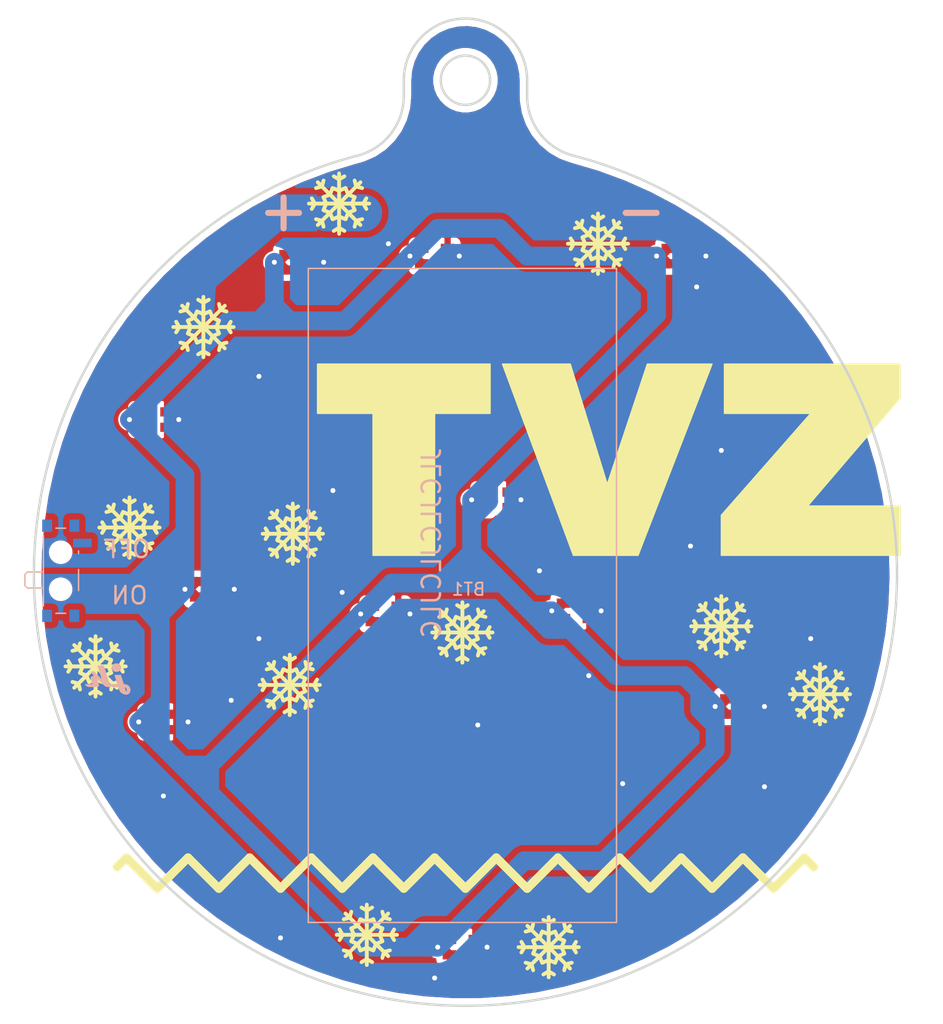
<source format=kicad_pcb>
(kicad_pcb (version 20171130) (host pcbnew "(5.1.10)-1")
  (layers (0 F.Cu signal) (31 B.Cu signal) (34 B.Paste user) (35 F.Paste user) (36 B.SilkS user) (37 F.SilkS user) (38 B.Mask user) (39 F.Mask user) (44 Edge.Cuts user))
  (net 0 "")
  (net 1 "Net-(D1-Pad1)")
  (net 2 "Net-(SW1-Pad3)")
  (net 3 VCC)
  (net 4 GND)
  (module TVZ_kuglica:logo (layer B.Cu) (at 107.95 108.45 180)
    (fp_text reference G*** hide)
    (fp_text value LOGO hide)
  )
  (module TVZ_kuglica:ukras1 (layer F.Cu) (at 165.75 109.75)
    (fp_text reference G*** hide)
    (fp_text value LOGO hide)
  )
  (module TVZ_kuglica:ukras1 (layer F.Cu) (at 129 129.25)
    (fp_text reference G*** hide)
    (fp_text value LOGO hide)
  )
  (module TVZ_kuglica:ukras1 (layer F.Cu) (at 143.75 130.25)
    (fp_text reference G*** hide)
    (fp_text value LOGO hide)
  )
  (module TVZ_kuglica:test1 (layer F.Cu) (at 137 112.75)
    (fp_text reference G*** hide)
    (fp_text value LOGO hide)
  )
  (module TVZ_kuglica:ukras1 (layer F.Cu) (at 115.75 80)
    (fp_text reference G*** hide)
    (fp_text value LOGO hide)
  )
  (module TVZ_kuglica:ukras2 (layer F.Cu) (at 144.25 78.75)
    (fp_text reference G*** hide)
    (fp_text value LOGO hide)
  )
  (module TVZ_kuglica:ukras1 (layer F.Cu) (at 147.75 73.25)
    (fp_text reference G*** hide)
    (fp_text value LOGO hide)
  )
  (module TVZ_kuglica:ukras3 (layer F.Cu) (at 137 68.75)
    (fp_text reference G*** hide)
    (fp_text value LOGO hide)
  )
  (module TVZ_kuglica:ukras1 (layer F.Cu) (at 157.75 104.25)
    (fp_text reference G*** hide)
    (fp_text value LOGO hide)
  )
  (module TVZ_kuglica:ukras1 (layer F.Cu) (at 136.75 104.75)
    (fp_text reference G*** hide)
    (fp_text value LOGO hide)
  )
  (module TVZ_kuglica:ukras1 (layer F.Cu) (at 122.75 109)
    (fp_text reference G*** hide)
    (fp_text value LOGO hide)
  )
  (module TVZ_kuglica:ukras1 (layer F.Cu) (at 107 107.5)
    (fp_text reference G*** hide)
    (fp_text value LOGO hide)
  )
  (module TVZ_kuglica:ukras1 (layer F.Cu) (at 123 96.75)
    (fp_text reference G*** hide)
    (fp_text value LOGO hide)
  )
  (module TVZ_kuglica:ukras1 (layer F.Cu) (at 109.75 96.25)
    (fp_text reference G*** hide)
    (fp_text value LOGO hide)
  )
  (module TVZ_kuglica:ukras1 (layer F.Cu) (at 126.75 70)
    (fp_text reference G*** hide)
    (fp_text value LOGO hide)
  )
  (module Button_Switch_SMD:SW_SPDT_PCM12 (layer B.Cu) (at 104.5 99.75 90)
    (fp_text reference SW1 hide)
    (fp_text value SW_SPDT)
    (pad "" np_thru_hole circle (at -1.5 -0.33 90) (size 0.9 0.9) (drill 0.9) (layers *.Cu *.Mask))
    (pad "" np_thru_hole circle (at 1.5 -0.33 90) (size 0.9 0.9) (drill 0.9) (layers *.Cu *.Mask))
    (pad 1 smd rect (at -2.25 1.43 90) (size 0.7 1.5) (layers B.Cu B.Paste B.Mask) (net 1 "Net-(D1-Pad1)"))
    (pad 2 smd rect (at 0.75 1.43 90) (size 0.7 1.5) (layers B.Cu B.Paste B.Mask) (net 3 VCC))
    (pad 3 smd rect (at 2.25 1.43 90) (size 0.7 1.5) (layers B.Cu B.Paste B.Mask) (net 2 "Net-(SW1-Pad3)"))
    (pad "" smd rect (at -3.65 -1.43 90) (size 1 0.8) (layers B.Cu B.Paste B.Mask))
    (pad "" smd rect (at 3.65 -1.43 90) (size 1 0.8) (layers B.Cu B.Paste B.Mask))
    (pad "" smd rect (at 3.65 0.78 90) (size 1 0.8) (layers B.Cu B.Paste B.Mask))
    (pad "" smd rect (at -3.65 0.78 90) (size 1 0.8) (layers B.Cu B.Paste B.Mask))
  )
  (module TVZ_kuglica:LED-0807 (layer F.Cu) (at 111.75 87.5)
    (fp_text reference D1 hide)
    (fp_text value RGB)
    (pad 1 smd rect (at -1.05 -0.625) (size 1.1 0.75) (layers F.Cu F.Paste F.Mask) (net 1 "Net-(D1-Pad1)"))
    (pad 2 smd rect (at 1.05 -0.625) (size 1.1 0.75) (layers F.Cu F.Paste F.Mask) (net 4 GND))
    (pad 1 smd rect (at -1.05 0.625) (size 1.1 0.75) (layers F.Cu F.Paste F.Mask) (net 1 "Net-(D1-Pad1)"))
    (pad 2 smd rect (at 1.05 0.625) (size 1.1 0.75) (layers F.Cu F.Paste F.Mask) (net 4 GND))
  )
  (module TVZ_kuglica:LED-0807 (layer F.Cu) (at 123.5 74.75)
    (fp_text reference D2 hide)
    (fp_text value RGB)
    (pad 2 smd rect (at 1.05 0.625) (size 1.1 0.75) (layers F.Cu F.Paste F.Mask) (net 4 GND))
    (pad 1 smd rect (at -1.05 0.625) (size 1.1 0.75) (layers F.Cu F.Paste F.Mask) (net 1 "Net-(D1-Pad1)"))
    (pad 2 smd rect (at 1.05 -0.625) (size 1.1 0.75) (layers F.Cu F.Paste F.Mask) (net 4 GND))
    (pad 1 smd rect (at -1.05 -0.625) (size 1.1 0.75) (layers F.Cu F.Paste F.Mask) (net 1 "Net-(D1-Pad1)"))
  )
  (module TVZ_kuglica:LED-0807 (layer F.Cu) (at 154.5 74.25)
    (fp_text reference D3 hide)
    (fp_text value RGB)
    (pad 1 smd rect (at -1.05 -0.625) (size 1.1 0.75) (layers F.Cu F.Paste F.Mask) (net 1 "Net-(D1-Pad1)"))
    (pad 2 smd rect (at 1.05 -0.625) (size 1.1 0.75) (layers F.Cu F.Paste F.Mask) (net 4 GND))
    (pad 1 smd rect (at -1.05 0.625) (size 1.1 0.75) (layers F.Cu F.Paste F.Mask) (net 1 "Net-(D1-Pad1)"))
    (pad 2 smd rect (at 1.05 0.625) (size 1.1 0.75) (layers F.Cu F.Paste F.Mask) (net 4 GND))
  )
  (module TVZ_kuglica:LED-0807 (layer F.Cu) (at 130.5 103.25)
    (fp_text reference D4 hide)
    (fp_text value RGB)
    (pad 2 smd rect (at 1.05 0.625) (size 1.1 0.75) (layers F.Cu F.Paste F.Mask) (net 4 GND))
    (pad 1 smd rect (at -1.05 0.625) (size 1.1 0.75) (layers F.Cu F.Paste F.Mask) (net 1 "Net-(D1-Pad1)"))
    (pad 2 smd rect (at 1.05 -0.625) (size 1.1 0.75) (layers F.Cu F.Paste F.Mask) (net 4 GND))
    (pad 1 smd rect (at -1.05 -0.625) (size 1.1 0.75) (layers F.Cu F.Paste F.Mask) (net 1 "Net-(D1-Pad1)"))
  )
  (module TVZ_kuglica:LED-0807 (layer F.Cu) (at 112.5 112)
    (fp_text reference D5 hide)
    (fp_text value RGB)
    (pad 1 smd rect (at -1.05 -0.625) (size 1.1 0.75) (layers F.Cu F.Paste F.Mask) (net 1 "Net-(D1-Pad1)"))
    (pad 2 smd rect (at 1.05 -0.625) (size 1.1 0.75) (layers F.Cu F.Paste F.Mask) (net 4 GND))
    (pad 1 smd rect (at -1.05 0.625) (size 1.1 0.75) (layers F.Cu F.Paste F.Mask) (net 1 "Net-(D1-Pad1)"))
    (pad 2 smd rect (at 1.05 0.625) (size 1.1 0.75) (layers F.Cu F.Paste F.Mask) (net 4 GND))
  )
  (module TVZ_kuglica:LED-0807 (layer F.Cu) (at 116.25 101.25)
    (fp_text reference D6 hide)
    (fp_text value RGB)
    (pad 2 smd rect (at 1.05 0.625) (size 1.1 0.75) (layers F.Cu F.Paste F.Mask) (net 4 GND))
    (pad 1 smd rect (at -1.05 0.625) (size 1.1 0.75) (layers F.Cu F.Paste F.Mask) (net 1 "Net-(D1-Pad1)"))
    (pad 2 smd rect (at 1.05 -0.625) (size 1.1 0.75) (layers F.Cu F.Paste F.Mask) (net 4 GND))
    (pad 1 smd rect (at -1.05 -0.625) (size 1.1 0.75) (layers F.Cu F.Paste F.Mask) (net 1 "Net-(D1-Pad1)"))
  )
  (module TVZ_kuglica:LED-0807 (layer F.Cu) (at 159.25 110.75)
    (fp_text reference D8 hide)
    (fp_text value RGB)
    (pad 2 smd rect (at 1.05 0.625) (size 1.1 0.75) (layers F.Cu F.Paste F.Mask) (net 4 GND))
    (pad 1 smd rect (at -1.05 0.625) (size 1.1 0.75) (layers F.Cu F.Paste F.Mask) (net 1 "Net-(D1-Pad1)"))
    (pad 2 smd rect (at 1.05 -0.625) (size 1.1 0.75) (layers F.Cu F.Paste F.Mask) (net 4 GND))
    (pad 1 smd rect (at -1.05 -0.625) (size 1.1 0.75) (layers F.Cu F.Paste F.Mask) (net 1 "Net-(D1-Pad1)"))
  )
  (module TVZ_kuglica:LED-0807 (layer F.Cu) (at 134.5 74.25)
    (fp_text reference D9 hide)
    (fp_text value RGB)
    (pad 1 smd rect (at -1.05 -0.625) (size 1.1 0.75) (layers F.Cu F.Paste F.Mask) (net 1 "Net-(D1-Pad1)"))
    (pad 2 smd rect (at 1.05 -0.625) (size 1.1 0.75) (layers F.Cu F.Paste F.Mask) (net 4 GND))
    (pad 1 smd rect (at -1.05 0.625) (size 1.1 0.75) (layers F.Cu F.Paste F.Mask) (net 1 "Net-(D1-Pad1)"))
    (pad 2 smd rect (at 1.05 0.625) (size 1.1 0.75) (layers F.Cu F.Paste F.Mask) (net 4 GND))
  )
  (module TVZ_kuglica:LED-0807 (layer F.Cu) (at 146 103)
    (fp_text reference D10 hide)
    (fp_text value RGB)
    (pad 2 smd rect (at 1.05 0.625) (size 1.1 0.75) (layers F.Cu F.Paste F.Mask) (net 4 GND))
    (pad 1 smd rect (at -1.05 0.625) (size 1.1 0.75) (layers F.Cu F.Paste F.Mask) (net 1 "Net-(D1-Pad1)"))
    (pad 2 smd rect (at 1.05 -0.625) (size 1.1 0.75) (layers F.Cu F.Paste F.Mask) (net 4 GND))
    (pad 1 smd rect (at -1.05 -0.625) (size 1.1 0.75) (layers F.Cu F.Paste F.Mask) (net 1 "Net-(D1-Pad1)"))
  )
  (module TVZ_kuglica:BAT-2xAAA-horizontalni_padovi (layer B.Cu) (at 137.25 101.75)
    (fp_text reference BT1 (at 0 -0.5) (layer B.SilkS) (effects (justify mirror)))
    (fp_text value 2xAAA)
    (pad 1 smd oval (at -10 -31 90) (size 3 6) (layers B.Cu B.Paste B.Mask) (net 3 VCC))
    (pad 2 smd oval (at 9 -31 270) (size 3 6) (layers B.Cu B.Paste B.Mask) (net 4 GND))
  )
  (module TVZ_kuglica:LED-0807 (layer F.Cu) (at 136.75 130.25)
    (fp_text reference D7 hide)
    (fp_text value RGB)
    (pad 1 smd rect (at -1.05 -0.625) (size 1.1 0.75) (layers F.Cu F.Paste F.Mask) (net 1 "Net-(D1-Pad1)"))
    (pad 2 smd rect (at 1.05 -0.625) (size 1.1 0.75) (layers F.Cu F.Paste F.Mask) (net 4 GND))
    (pad 1 smd rect (at -1.05 0.625) (size 1.1 0.75) (layers F.Cu F.Paste F.Mask) (net 1 "Net-(D1-Pad1)"))
    (pad 2 smd rect (at 1.05 0.625) (size 1.1 0.75) (layers F.Cu F.Paste F.Mask) (net 4 GND))
  )
  (module TVZ_kuglica:LED-0807 (layer F.Cu) (at 139.5 94)
    (fp_text reference D11 hide)
    (fp_text value RGB)
    (pad 1 smd rect (at -1.05 -0.625) (size 1.1 0.75) (layers F.Cu F.Paste F.Mask) (net 1 "Net-(D1-Pad1)"))
    (pad 2 smd rect (at 1.05 -0.625) (size 1.1 0.75) (layers F.Cu F.Paste F.Mask) (net 4 GND))
    (pad 1 smd rect (at -1.05 0.625) (size 1.1 0.75) (layers F.Cu F.Paste F.Mask) (net 1 "Net-(D1-Pad1)"))
    (pad 2 smd rect (at 1.05 0.625) (size 1.1 0.75) (layers F.Cu F.Paste F.Mask) (net 4 GND))
  )
  (gr_line (start 157 125.5) (end 154.5 123) (layer F.SilkS) (width 0.7))
  (gr_line (start 122 125.5) (end 119.5 123) (layer F.SilkS) (width 0.7))
  (gr_line (start 117 125.5) (end 114.5 123) (layer F.SilkS) (width 0.7))
  (gr_line (start 129.5 123) (end 127 125.5) (layer F.SilkS) (width 0.7))
  (gr_line (start 137 125.5) (end 134.5 123) (layer F.SilkS) (width 0.7))
  (gr_line (start 112 125.5) (end 109.5 123) (layer F.SilkS) (width 0.7))
  (gr_line (start 139.5 123) (end 137 125.5) (layer F.SilkS) (width 0.7))
  (gr_line (start 134.5 123) (end 132 125.5) (layer F.SilkS) (width 0.7))
  (gr_line (start 152 125.5) (end 149.5 123) (layer F.SilkS) (width 0.7))
  (gr_line (start 109.5 123) (end 108.75 123.75) (layer F.SilkS) (width 0.7))
  (gr_line (start 147 125.5) (end 144.5 123) (layer F.SilkS) (width 0.7))
  (gr_line (start 154.5 123) (end 152 125.5) (layer F.SilkS) (width 0.7))
  (gr_line (start 165.25 123.75) (end 164.5 123) (layer F.SilkS) (width 0.7))
  (gr_line (start 127 125.5) (end 124.5 123) (layer F.SilkS) (width 0.7))
  (gr_line (start 162 125.5) (end 159.5 123) (layer F.SilkS) (width 0.7))
  (gr_line (start 114.5 123) (end 112 125.5) (layer F.SilkS) (width 0.7))
  (gr_line (start 159.5 123) (end 157 125.5) (layer F.SilkS) (width 0.7))
  (gr_line (start 149.5 123) (end 147 125.5) (layer F.SilkS) (width 0.7))
  (gr_line (start 119.5 123) (end 117 125.5) (layer F.SilkS) (width 0.7))
  (gr_line (start 142 125.5) (end 139.5 123) (layer F.SilkS) (width 0.7))
  (gr_line (start 124.5 123) (end 122 125.5) (layer F.SilkS) (width 0.7))
  (gr_line (start 144.5 123) (end 142 125.5) (layer F.SilkS) (width 0.7))
  (gr_line (start 132 125.5) (end 129.5 123) (layer F.SilkS) (width 0.7))
  (gr_line (start 164.5 123) (end 162 125.5) (layer F.SilkS) (width 0.7))
  (gr_poly (pts (xy 172.25 85.75) (xy 164.75 94.5) (xy 172.25 94.5) (xy 172.25 98.5) (xy 157.75 98.5) (xy 157.75 95.25) (xy 165 87) (xy 158 87) (xy 158 83) (xy 172.25 83)) (layer F.SilkS) (width 0.1))
  (gr_poly (pts (xy 148.5 92.75) (xy 151.75 83) (xy 157 83) (xy 151 98.5) (xy 145.75 98.5) (xy 140 83) (xy 145.5 83)) (layer F.SilkS) (width 0.1))
  (gr_poly (pts (xy 139 87) (xy 134.5 87) (xy 134.5 98.5) (xy 129.5 98.5) (xy 129.5 87) (xy 125 87) (xy 125 83) (xy 139 83)) (layer F.SilkS) (width 0.1))
  (gr_line (start 132 61.270167) (end 132 60) (layer Edge.Cuts) (width 0.2))
  (gr_arc (start 147 61.270167) (end 142 61.270167) (angle -75.52248781) (layer Edge.Cuts) (width 0.2))
  (gr_arc (start 137 60) (end 142 60) (angle -180) (layer Edge.Cuts) (width 0.2))
  (gr_arc (start 137 100) (end 128.249999 66.111396) (angle -331.0449756) (layer Edge.Cuts) (width 0.2))
  (gr_arc (start 126.999999 61.270167) (end 128.249999 66.111396) (angle -75.52248781) (layer Edge.Cuts) (width 0.2))
  (gr_line (start 142 60) (end 142 61.270167) (layer Edge.Cuts) (width 0.2))
  (gr_text ON (at 109.75 101.75) (layer B.SilkS) (effects (font (size 1.4 1.4) (thickness 0.2)) (justify mirror)))
  (gr_text OFF (at 109.5 98) (layer B.SilkS) (effects (font (size 1.4 1.4) (thickness 0.2)) (justify mirror)))
  (gr_text JLCJLCJLCJLC (at 134.25 97.5 90) (layer B.SilkS) (effects (font (size 1.5 1.5) (thickness 0.2)) (justify mirror)))
  (gr_circle (center 137 60) (end 139 60) (layer Edge.Cuts) (width 0.2))
  (via (at 144 103) (size 0.8) (drill 0.4) (layers F.Cu B.Cu) (net 1))
  (via (at 157.25 110.75) (size 0.8) (drill 0.4) (layers F.Cu B.Cu) (net 1))
  (via (at 109.75 87.5) (size 0.8) (drill 0.4) (layers F.Cu B.Cu) (net 1))
  (via (at 121.5 74.75) (size 0.8) (drill 0.4) (layers F.Cu B.Cu) (net 1))
  (via (at 132.5 74.25) (size 0.8) (drill 0.4) (layers F.Cu B.Cu) (net 1))
  (via (at 152.5 74.25) (size 0.8) (drill 0.4) (layers F.Cu B.Cu) (net 1))
  (via (at 128.5 103.25) (size 0.8) (drill 0.4) (layers F.Cu B.Cu) (net 1))
  (via (at 114.25 101.25) (size 0.8) (drill 0.4) (layers F.Cu B.Cu) (net 1))
  (via (at 110.5 112) (size 0.8) (drill 0.4) (layers F.Cu B.Cu) (net 1))
  (segment (start 110.825 112) (end 111.45 111.375) (width 0.762) (layer F.Cu) (net 1))
  (segment (start 110.825 112) (end 111.45 112.625) (width 0.762) (layer F.Cu) (net 1))
  (segment (start 110.5 112) (end 110.825 112) (width 0.762) (layer F.Cu) (net 1))
  (segment (start 114.575 101.25) (end 115.2 100.625) (width 0.762) (layer F.Cu) (net 1))
  (segment (start 114.575 101.25) (end 115.2 101.875) (width 0.762) (layer F.Cu) (net 1))
  (segment (start 114.25 101.25) (end 114.575 101.25) (width 0.762) (layer F.Cu) (net 1))
  (segment (start 128.825 103.25) (end 129.45 103.875) (width 0.762) (layer F.Cu) (net 1))
  (segment (start 128.825 103.25) (end 129.45 102.625) (width 0.762) (layer F.Cu) (net 1))
  (segment (start 128.5 103.25) (end 128.825 103.25) (width 0.762) (layer F.Cu) (net 1))
  (segment (start 152.825 74.25) (end 153.45 74.875) (width 0.762) (layer F.Cu) (net 1))
  (segment (start 152.825 74.25) (end 153.45 73.625) (width 0.762) (layer F.Cu) (net 1))
  (segment (start 157.575 110.75) (end 158.2 110.125) (width 0.762) (layer F.Cu) (net 1))
  (segment (start 157.575 110.75) (end 158.2 111.375) (width 0.762) (layer F.Cu) (net 1))
  (segment (start 157.25 110.75) (end 157.575 110.75) (width 0.762) (layer F.Cu) (net 1))
  (segment (start 144.325 103) (end 144.95 102.375) (width 0.762) (layer F.Cu) (net 1))
  (segment (start 144.325 103) (end 144.95 103.625) (width 0.762) (layer F.Cu) (net 1))
  (segment (start 144 103) (end 144.325 103) (width 0.762) (layer F.Cu) (net 1))
  (segment (start 110.075 87.5) (end 110.7 86.875) (width 0.762) (layer F.Cu) (net 1))
  (segment (start 110.075 87.5) (end 110.7 88.125) (width 0.762) (layer F.Cu) (net 1))
  (segment (start 109.75 87.5) (end 110.075 87.5) (width 0.762) (layer F.Cu) (net 1))
  (segment (start 121.825 74.75) (end 122.45 74.125) (width 0.762) (layer F.Cu) (net 1))
  (segment (start 121.825 74.75) (end 122.45 75.375) (width 0.762) (layer F.Cu) (net 1))
  (segment (start 121.5 74.75) (end 121.825 74.75) (width 0.762) (layer F.Cu) (net 1))
  (segment (start 132.825 74.25) (end 133.45 73.625) (width 0.762) (layer F.Cu) (net 1))
  (segment (start 132.825 74.25) (end 133.45 74.875) (width 0.762) (layer F.Cu) (net 1))
  (segment (start 112.25 103.25) (end 114.25 101.25) (width 1.524) (layer B.Cu) (net 1))
  (segment (start 114.25 95.25) (end 114.25 92) (width 1.524) (layer B.Cu) (net 1))
  (segment (start 111.25 86) (end 111.375 85.875) (width 1.524) (layer B.Cu) (net 1))
  (segment (start 111.375 85.875) (end 116.75 80.5) (width 1.524) (layer B.Cu) (net 1))
  (segment (start 109.75 87.5) (end 111.375 85.875) (width 1.524) (layer B.Cu) (net 1))
  (segment (start 111.25 89) (end 111.25 86) (width 1.524) (layer B.Cu) (net 1))
  (segment (start 114.25 92) (end 111.25 89) (width 1.524) (layer B.Cu) (net 1))
  (segment (start 111.25 89) (end 109.75 87.5) (width 1.524) (layer B.Cu) (net 1))
  (segment (start 145.5 104.5) (end 143.75 104.5) (width 1.524) (layer B.Cu) (net 1))
  (segment (start 143.75 104.5) (end 142.25 103) (width 1.524) (layer B.Cu) (net 1))
  (segment (start 144 103) (end 142.25 103) (width 1.524) (layer B.Cu) (net 1))
  (segment (start 145.5 104.5) (end 144 103) (width 1.524) (layer B.Cu) (net 1))
  (segment (start 134.75 72) (end 132.5 74.25) (width 1.524) (layer B.Cu) (net 1))
  (segment (start 139.75 72) (end 134.75 72) (width 1.524) (layer B.Cu) (net 1))
  (segment (start 142 74.25) (end 139.75 72) (width 1.524) (layer B.Cu) (net 1))
  (segment (start 117.75 79.5) (end 116.75 80.5) (width 1.524) (layer B.Cu) (net 1))
  (segment (start 127.25 79.5) (end 132.5 74.25) (width 1.524) (layer B.Cu) (net 1))
  (segment (start 119.5 79.5) (end 119 79.5) (width 1.524) (layer B.Cu) (net 1))
  (segment (start 117.75 79.5) (end 119.5 79.5) (width 1.524) (layer B.Cu) (net 1))
  (segment (start 149.25 108.25) (end 147.75 106.75) (width 1.524) (layer B.Cu) (net 1))
  (segment (start 147.75 106.75) (end 145.5 104.5) (width 1.524) (layer B.Cu) (net 1))
  (segment (start 153 108.25) (end 149.25 108.25) (width 1.524) (layer B.Cu) (net 1))
  (segment (start 154.75 108.25) (end 153 108.25) (width 1.524) (layer B.Cu) (net 1))
  (segment (start 112.25 101.25) (end 114.25 99.25) (width 1.524) (layer B.Cu) (net 1))
  (segment (start 112.25 103.25) (end 112.25 101.25) (width 1.524) (layer B.Cu) (net 1))
  (segment (start 114.25 99.25) (end 114.25 95.25) (width 1.524) (layer B.Cu) (net 1))
  (segment (start 114.25 101.25) (end 114.25 99.25) (width 1.524) (layer B.Cu) (net 1))
  (segment (start 121.5 79.25) (end 121.75 79.5) (width 1.524) (layer B.Cu) (net 1))
  (segment (start 119.5 79.5) (end 121.75 79.5) (width 1.524) (layer B.Cu) (net 1))
  (segment (start 119.5 79.5) (end 120.25 79.5) (width 1.524) (layer B.Cu) (net 1))
  (segment (start 121.5 78.25) (end 121.5 79.25) (width 1.524) (layer B.Cu) (net 1))
  (segment (start 120.25 79.5) (end 121.5 78.25) (width 1.524) (layer B.Cu) (net 1))
  (segment (start 121.5 74.75) (end 121.5 78.25) (width 1.524) (layer B.Cu) (net 1))
  (segment (start 121.5 78.25) (end 122.75 79.5) (width 1.524) (layer B.Cu) (net 1))
  (segment (start 122.75 79.5) (end 127.25 79.5) (width 1.524) (layer B.Cu) (net 1))
  (segment (start 121.75 79.5) (end 122.75 79.5) (width 1.524) (layer B.Cu) (net 1))
  (segment (start 112.25 110.25) (end 110.5 112) (width 1.524) (layer B.Cu) (net 1))
  (segment (start 112.25 103.25) (end 112.25 110.25) (width 1.524) (layer B.Cu) (net 1))
  (segment (start 131 100.75) (end 128.5 103.25) (width 1.524) (layer B.Cu) (net 1))
  (segment (start 142.25 103) (end 140 100.75) (width 1.524) (layer B.Cu) (net 1))
  (segment (start 128.5 103.25) (end 116.25 115.5) (width 1.524) (layer B.Cu) (net 1))
  (segment (start 112.25 110.25) (end 112.25 113.75) (width 1.524) (layer B.Cu) (net 1))
  (segment (start 114 115.5) (end 116.25 115.5) (width 1.524) (layer B.Cu) (net 1))
  (segment (start 112.25 113.75) (end 114 115.5) (width 1.524) (layer B.Cu) (net 1))
  (segment (start 110.5 112) (end 112.25 113.75) (width 1.524) (layer B.Cu) (net 1))
  (via (at 134.75 130.25) (size 0.8) (drill 0.4) (layers F.Cu B.Cu) (net 1))
  (segment (start 135.075 130.25) (end 135.7 129.625) (width 0.762) (layer F.Cu) (net 1))
  (segment (start 135.075 130.25) (end 135.7 130.875) (width 0.762) (layer F.Cu) (net 1))
  (segment (start 134.75 130.25) (end 135.075 130.25) (width 0.762) (layer F.Cu) (net 1))
  (segment (start 116.25 117.75) (end 116.625 118.125) (width 1.524) (layer B.Cu) (net 1))
  (segment (start 116.25 115.5) (end 116.25 117.75) (width 1.524) (layer B.Cu) (net 1))
  (segment (start 116.625 118.125) (end 114 115.5) (width 1.524) (layer B.Cu) (net 1))
  (segment (start 128.75 130.25) (end 116.625 118.125) (width 1.524) (layer B.Cu) (net 1))
  (via (at 137.5 94) (size 0.8) (drill 0.4) (layers F.Cu B.Cu) (net 1))
  (segment (start 137.825 94) (end 138.45 94.625) (width 0.762) (layer F.Cu) (net 1))
  (segment (start 137.825 94) (end 138.45 93.375) (width 0.762) (layer F.Cu) (net 1))
  (segment (start 137.5 94) (end 137.825 94) (width 0.762) (layer F.Cu) (net 1))
  (segment (start 140 100.75) (end 137.5 100.75) (width 1.524) (layer B.Cu) (net 1))
  (segment (start 140 100.75) (end 137.5 98.25) (width 1.524) (layer B.Cu) (net 1))
  (segment (start 137.5 98.25) (end 137.5 100.75) (width 1.524) (layer B.Cu) (net 1))
  (segment (start 137.5 98.25) (end 135 100.75) (width 1.524) (layer B.Cu) (net 1))
  (segment (start 135 100.75) (end 131 100.75) (width 1.524) (layer B.Cu) (net 1))
  (segment (start 137.5 100.75) (end 135 100.75) (width 1.524) (layer B.Cu) (net 1))
  (segment (start 138.875 92.625) (end 138.875 94.125) (width 1.524) (layer B.Cu) (net 1))
  (segment (start 137.5 95.5) (end 137.5 98.25) (width 1.524) (layer B.Cu) (net 1))
  (segment (start 138.875 94.125) (end 137.5 95.5) (width 1.524) (layer B.Cu) (net 1))
  (segment (start 137.5 94) (end 137.5 95.5) (width 1.524) (layer B.Cu) (net 1))
  (segment (start 152.5 79) (end 138.875 92.625) (width 1.524) (layer B.Cu) (net 1))
  (segment (start 138.875 92.625) (end 137.5 94) (width 1.524) (layer B.Cu) (net 1))
  (segment (start 150.25 74.25) (end 150.25 74.5) (width 1.524) (layer B.Cu) (net 1))
  (segment (start 152.5 76.75) (end 152.5 79) (width 1.524) (layer B.Cu) (net 1))
  (segment (start 150.25 74.5) (end 152.5 76.75) (width 1.524) (layer B.Cu) (net 1))
  (segment (start 152.5 74.25) (end 152.5 76.75) (width 1.524) (layer B.Cu) (net 1))
  (segment (start 152.5 74.25) (end 150.25 74.25) (width 1.524) (layer B.Cu) (net 1))
  (segment (start 150.25 74.25) (end 142 74.25) (width 1.524) (layer B.Cu) (net 1))
  (segment (start 157.25 114.25) (end 148.25 123.25) (width 1.524) (layer B.Cu) (net 1))
  (segment (start 148.25 123.25) (end 141.75 123.25) (width 1.524) (layer B.Cu) (net 1))
  (segment (start 133.75 129) (end 132.5 130.25) (width 1.524) (layer B.Cu) (net 1))
  (segment (start 132.5 130.25) (end 128.75 130.25) (width 1.524) (layer B.Cu) (net 1))
  (segment (start 134.75 130.25) (end 132.5 130.25) (width 1.524) (layer B.Cu) (net 1))
  (segment (start 136 129) (end 133.75 129) (width 1.524) (layer B.Cu) (net 1))
  (segment (start 141.75 123.25) (end 136 129) (width 1.524) (layer B.Cu) (net 1))
  (segment (start 136 129) (end 134.75 130.25) (width 1.524) (layer B.Cu) (net 1))
  (segment (start 156 111) (end 157.25 112.25) (width 1.524) (layer B.Cu) (net 1))
  (segment (start 156 109.5) (end 156 111) (width 1.524) (layer B.Cu) (net 1))
  (segment (start 157.25 112.25) (end 157.25 114.25) (width 1.524) (layer B.Cu) (net 1))
  (segment (start 157.25 110.75) (end 157.25 112.25) (width 1.524) (layer B.Cu) (net 1))
  (segment (start 157.25 110.75) (end 156 109.5) (width 1.524) (layer B.Cu) (net 1))
  (segment (start 156 109.5) (end 154.75 108.25) (width 1.524) (layer B.Cu) (net 1))
  (segment (start 105.93 99) (end 108.75 99) (width 0.762) (layer B.Cu) (net 3))
  (segment (start 108.75 99) (end 109.75 98) (width 0.762) (layer B.Cu) (net 3))
  (segment (start 109.75 98) (end 109.75 94) (width 0.762) (layer B.Cu) (net 3))
  (segment (start 109.75 94) (end 107.25 91.5) (width 0.762) (layer B.Cu) (net 3))
  (segment (start 107.25 91.5) (end 107.25 86) (width 0.762) (layer B.Cu) (net 3))
  (segment (start 107.25 86) (end 113.5 79.75) (width 0.762) (layer B.Cu) (net 3))
  (segment (start 113.5 79.75) (end 113.5 77) (width 0.762) (layer B.Cu) (net 3))
  (segment (start 119.75 70.75) (end 126.5 70.75) (width 0.762) (layer B.Cu) (net 3))
  (segment (start 113.5 77) (end 119.75 70.75) (width 0.762) (layer B.Cu) (net 3))
  (via (at 155.75 76.75) (size 0.8) (drill 0.4) (layers F.Cu B.Cu) (net 4))
  (via (at 130.75 73.25) (size 0.8) (drill 0.4) (layers F.Cu B.Cu) (net 4))
  (via (at 120.25 84) (size 0.8) (drill 0.4) (layers F.Cu B.Cu) (net 4))
  (via (at 126.25 93.25) (size 0.8) (drill 0.4) (layers F.Cu B.Cu) (net 4))
  (via (at 120.25 105.25) (size 0.8) (drill 0.4) (layers F.Cu B.Cu) (net 4))
  (via (at 127 101.5) (size 0.8) (drill 0.4) (layers F.Cu B.Cu) (net 4))
  (via (at 112.5 118) (size 0.8) (drill 0.4) (layers F.Cu B.Cu) (net 4))
  (via (at 118 110.25) (size 0.8) (drill 0.4) (layers F.Cu B.Cu) (net 4))
  (via (at 138 112.25) (size 0.8) (drill 0.4) (layers F.Cu B.Cu) (net 4))
  (via (at 149.75 117) (size 0.8) (drill 0.4) (layers F.Cu B.Cu) (net 4))
  (via (at 147 108.25) (size 0.8) (drill 0.4) (layers F.Cu B.Cu) (net 4))
  (via (at 165 105.25) (size 0.8) (drill 0.4) (layers F.Cu B.Cu) (net 4))
  (via (at 161.25 117.25) (size 0.8) (drill 0.4) (layers F.Cu B.Cu) (net 4))
  (via (at 155.25 97.75) (size 0.8) (drill 0.4) (layers F.Cu B.Cu) (net 4))
  (via (at 157.75 90) (size 0.8) (drill 0.4) (layers F.Cu B.Cu) (net 4))
  (via (at 143 99.75) (size 0.8) (drill 0.4) (layers F.Cu B.Cu) (net 4))
  (via (at 161.25 110.75) (size 0.8) (drill 0.4) (layers F.Cu B.Cu) (net 4))
  (via (at 132.5 103.25) (size 0.8) (drill 0.4) (layers F.Cu B.Cu) (net 4))
  (via (at 148 103) (size 0.8) (drill 0.4) (layers F.Cu B.Cu) (net 4))
  (via (at 114.5 112) (size 0.8) (drill 0.4) (layers F.Cu B.Cu) (net 4))
  (via (at 118.25 101.25) (size 0.8) (drill 0.4) (layers F.Cu B.Cu) (net 4))
  (via (at 113.75 87.5) (size 0.8) (drill 0.4) (layers F.Cu B.Cu) (net 4))
  (via (at 136.5 74.25) (size 0.8) (drill 0.4) (layers F.Cu B.Cu) (net 4))
  (via (at 156.5 74.25) (size 0.8) (drill 0.4) (layers F.Cu B.Cu) (net 4))
  (via (at 125.5 74.75) (size 0.8) (drill 0.4) (layers F.Cu B.Cu) (net 4))
  (via (at 134.5 132.75) (size 0.8) (drill 0.4) (layers F.Cu B.Cu) (net 4))
  (via (at 122 129.5) (size 0.8) (drill 0.4) (layers F.Cu B.Cu) (net 4))
  (via (at 138.75 130.25) (size 0.8) (drill 0.4) (layers F.Cu B.Cu) (net 4))
  (via (at 141.5 94) (size 0.8) (drill 0.4) (layers F.Cu B.Cu) (net 4))
  (zone (net 4) (net_name GND) (layer F.Cu) (connect_pads (clearance 0.508)) (min_thickness 0.254) (fill yes (arc_segments 32) (thermal_gap 0.508) (thermal_bridge_width 0.508))
    (polygon (pts (xy 175.75 53.5) (xy 175.75 136.5) (xy 99.25 136.5) (xy 99.25 53.75)))
  )
  (zone (net 4) (net_name GND) (layer B.Cu) (connect_pads yes (clearance 0.508)) (min_thickness 0.254) (fill yes (arc_segments 32) (thermal_gap 0.508) (thermal_bridge_width 0.508))
    (polygon (pts (xy 175.75 53.5) (xy 175.75 136.5) (xy 99.25 136.5) (xy 99.25 53.75)))
  )
  (zone (net 3) (net_name VCC) (layer B.Cu) (priority 1) (connect_pads yes (clearance 0.508)) (min_thickness 0.254) (fill yes (arc_segments 32) (thermal_gap 0.508) (thermal_bridge_width 0.508))
    (polygon (pts (xy 125 72.25) (xy 122 72.25) (xy 116.75 76.75) (xy 116.5 80.75) (xy 111 86.25) (xy 110.75 88.25) (xy 113.75 91.5) (xy 113.75 96) (xy 109.75 100) (xy 101.25 100) (xy 101.25 69.25) (xy 125 69.25)))
  )
  (zone (net 1) (net_name "Net-(D1-Pad1)") (layer B.Cu) (priority 2) (connect_pads yes (clearance 0.508)) (min_thickness 0.254) (fill yes (arc_segments 32) (thermal_gap 0.508) (thermal_bridge_width 0.508))
    (polygon (pts (xy 114.25 101.25) (xy 112.25 103.25) (xy 112.25 105.25) (xy 110.5 103.25) (xy 101.25 103.25) (xy 101.25 100) (xy 109.75 100) (xy 114.25 95.5)))
  )
)
</source>
